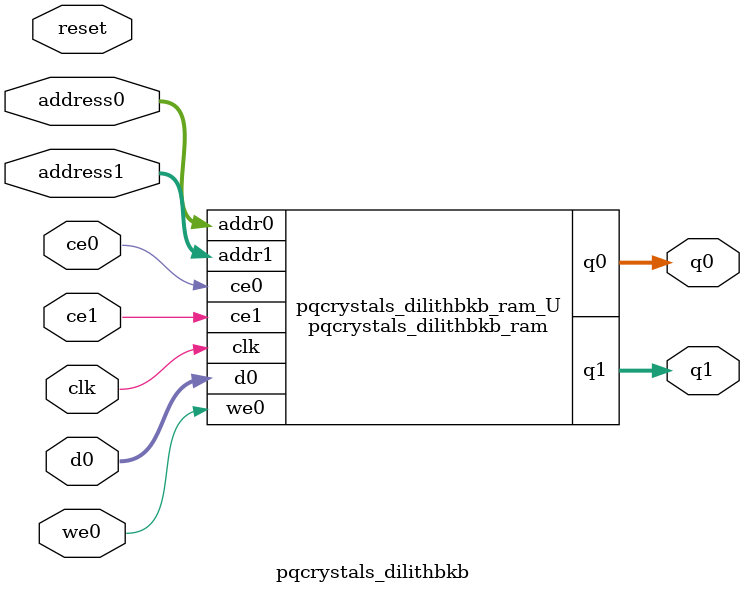
<source format=v>
`timescale 1 ns / 1 ps
module pqcrystals_dilithbkb_ram (addr0, ce0, d0, we0, q0, addr1, ce1, q1,  clk);

parameter DWIDTH = 8;
parameter AWIDTH = 10;
parameter MEM_SIZE = 842;

input[AWIDTH-1:0] addr0;
input ce0;
input[DWIDTH-1:0] d0;
input we0;
output reg[DWIDTH-1:0] q0;
input[AWIDTH-1:0] addr1;
input ce1;
output reg[DWIDTH-1:0] q1;
input clk;

(* ram_style = "block" *)reg [DWIDTH-1:0] ram[0:MEM_SIZE-1];




always @(posedge clk)  
begin 
    if (ce0) begin
        if (we0) 
            ram[addr0] <= d0; 
        q0 <= ram[addr0];
    end
end


always @(posedge clk)  
begin 
    if (ce1) begin
        q1 <= ram[addr1];
    end
end


endmodule

`timescale 1 ns / 1 ps
module pqcrystals_dilithbkb(
    reset,
    clk,
    address0,
    ce0,
    we0,
    d0,
    q0,
    address1,
    ce1,
    q1);

parameter DataWidth = 32'd8;
parameter AddressRange = 32'd842;
parameter AddressWidth = 32'd10;
input reset;
input clk;
input[AddressWidth - 1:0] address0;
input ce0;
input we0;
input[DataWidth - 1:0] d0;
output[DataWidth - 1:0] q0;
input[AddressWidth - 1:0] address1;
input ce1;
output[DataWidth - 1:0] q1;



pqcrystals_dilithbkb_ram pqcrystals_dilithbkb_ram_U(
    .clk( clk ),
    .addr0( address0 ),
    .ce0( ce0 ),
    .we0( we0 ),
    .d0( d0 ),
    .q0( q0 ),
    .addr1( address1 ),
    .ce1( ce1 ),
    .q1( q1 ));

endmodule


</source>
